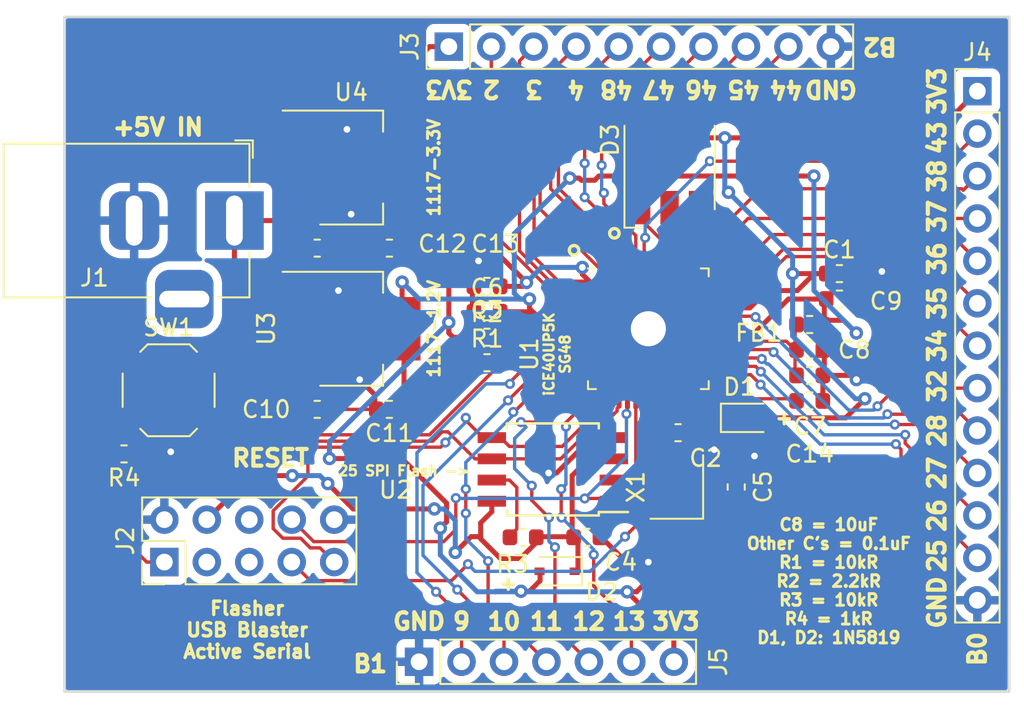
<source format=kicad_pcb>
(kicad_pcb (version 20221018) (generator pcbnew)
  (layers (0 "F.Cu" signal) (31 "B.Cu" signal) (34 "B.Paste" user) (35 "F.Paste" user) (36 "B.SilkS" user "B.Silkscreen") (37 "F.SilkS" user "F.Silkscreen") (38 "B.Mask" user) (39 "F.Mask" user) (44 "Edge.Cuts" user))
  (net 0 "")
  (net 1 "+3V3")
  (net 2 "/CDONE")
  (net 3 "/CRESET")
  (net 4 "Net-(R3-Pad2)")
  (net 5 "+5V")
  (net 6 "GND")
  (net 7 "+1V2")
  (net 8 "/ICE_SS")
  (net 9 "/ICE_SI")
  (net 10 "/ICE_SO")
  (net 11 "/ICE_SCK")
  (net 12 "+3.3VP")
  (net 13 "Net-(U1-Pad6)")
  (net 14 "Net-(U1-Pad18)")
  (net 15 "Net-(U1-Pad19)")
  (net 16 "/CLK_50M")
  (net 17 "Net-(U1-Pad21)")
  (net 18 "Net-(U1-Pad23)")
  (net 19 "Net-(C7-Pad2)")
  (net 20 "Net-(D3-Pad3)")
  (net 21 "Net-(D3-Pad2)")
  (net 22 "Net-(D3-Pad1)")
  (net 23 "Net-(J2-Pad3)")
  (net 24 "Net-(J2-Pad5)")
  (net 25 "Net-(J2-Pad6)")
  (net 26 "/2")
  (net 27 "/3")
  (net 28 "/4")
  (net 29 "/44")
  (net 30 "/45")
  (net 31 "/46")
  (net 32 "/47")
  (net 33 "/48")
  (net 34 "/25")
  (net 35 "/26")
  (net 36 "/27")
  (net 37 "/28")
  (net 38 "/32")
  (net 39 "/34")
  (net 40 "/35")
  (net 41 "/36")
  (net 42 "/37")
  (net 43 "/38")
  (net 44 "/43")
  (net 45 "Net-(U1-Pad42)")
  (net 46 "Net-(U1-Pad31)")
  (net 47 "/9")
  (net 48 "/10")
  (net 49 "/11")
  (net 50 "/12")
  (net 51 "/13")
  (net 52 "Net-(R4-Pad2)")
  (net 53 "Net-(C14-Pad1)")
  (footprint "Resistor_SMD:R_0603_1608Metric" (layer "F.Cu") (at 124.587 71.161656 180)
    (fp_text reference "R3")
    (fp_text value "10kR")
  )
  (footprint "Resistor_SMD:R_0603_1608Metric" (layer "F.Cu") (at 100.711 66.167 180)
    (fp_text reference "R4")
    (fp_text value "1kR")
  )
  (footprint "Resistor_SMD:R_0603_1608Metric" (layer "F.Cu") (at 122.428 60.706)
    (fp_text reference "R1")
    (fp_text value "10kR")
  )
  (footprint "Resistor_SMD:R_0603_1608Metric" (layer "F.Cu") (at 122.428 59.182)
    (fp_text reference "R2")
    (fp_text value "2.2kR")
  )
  (footprint "Inductor_SMD:L_0603_1608Metric" (layer "F.Cu") (at 141.732 58.42 180)
    (fp_text reference "FB1")
    (fp_text value "Ferrite_Bead")
  )
  (footprint "Diode_SMD:D_SOD-323" (layer "F.Cu") (at 126.619 73.193656 180)
    (fp_text reference "D2")
    (fp_text value "1N5819")
  )
  (footprint "Capacitor_SMD:C_0603_1608Metric" (layer "F.Cu") (at 133.858 64.897 180)
    (fp_text reference "C2")
    (fp_text value "0.1uF")
  )
  (footprint "Capacitor_SMD:C_0603_1608Metric" (layer "F.Cu") (at 122.428 56.134 180)
    (fp_text reference "C3")
    (fp_text value "0.1uF")
  )
  (footprint "Capacitor_SMD:C_0603_1608Metric" (layer "F.Cu") (at 128.397 71.161656)
    (fp_text reference "C4")
    (fp_text value "0.1uF")
  )
  (footprint "Capacitor_SMD:C_0603_1608Metric" (layer "F.Cu") (at 137.3378 68.1482 90)
    (fp_text reference "C5")
    (fp_text value "0.1uF")
  )
  (footprint "Capacitor_SMD:C_0603_1608Metric" (layer "F.Cu") (at 122.428 57.658)
    (fp_text reference "C6")
    (fp_text value "0.1uF")
  )
  (footprint "Capacitor_SMD:C_0603_1608Metric" (layer "F.Cu") (at 141.732 61.468 180)
    (fp_text reference "C7")
    (fp_text value "0.1uF")
  )
  (footprint "Capacitor_SMD:C_0603_1608Metric" (layer "F.Cu") (at 141.732 59.944 180)
    (fp_text reference "C8")
    (fp_text value "10uF")
  )
  (footprint "Capacitor_SMD:C_0603_1608Metric" (layer "F.Cu") (at 143.51 56.896 180)
    (fp_text reference "C9")
    (fp_text value "0.1uF")
  )
  (footprint "Capacitor_SMD:C_0603_1608Metric" (layer "F.Cu") (at 112.268 63.5)
    (fp_text reference "C10")
    (fp_text value "0.1uF")
  )
  (footprint "Capacitor_SMD:C_0603_1608Metric" (layer "F.Cu") (at 143.51 55.372)
    (fp_text reference "C1")
    (fp_text value "0.1uF")
  )
  (footprint "Capacitor_SMD:C_0603_1608Metric" (layer "F.Cu") (at 116.586 63.5 180)
    (fp_text reference "C11")
    (fp_text value "0.1uF")
  )
  (footprint "Capacitor_SMD:C_0603_1608Metric" (layer "F.Cu") (at 116.586 53.848 180)
    (fp_text reference "C13")
    (fp_text value "0.1uF")
  )
  (footprint "Oscillator:Oscillator_SMD_Abracon_ASE-4Pin_3.2x2.5mm" (layer "F.Cu") (at 133.7818 68.1482 90)
    (fp_text reference "X1")
    (fp_text value "50MHz")
  )
  (footprint "Capacitor_SMD:C_0603_1608Metric" (layer "F.Cu") (at 112.268 53.848)
    (fp_text reference "C12")
    (fp_text value "0.1uF")
  )
  (footprint "Button_Switch_SMD:SW_SPST_TL3342" (layer "F.Cu") (at 103.378 62.357)
    (fp_text reference "SW1")
    (fp_text value "Button")
  )
  (footprint "Capacitor_SMD:C_0603_1608Metric" (layer "F.Cu") (at 141.732 62.992)
    (fp_text reference "C14")
    (fp_text value "0.1uF")
  )
  (footprint "Diode_SMD:D_SOD-323" (layer "F.Cu") (at 137.922 64.008)
    (fp_text reference "D1")
    (fp_text value "1N5819")
  )
  (footprint "Package_TO_SOT_SMD:SOT-223-3_TabPin2" (layer "F.Cu") (at 114.3 58.674)
    (fp_text reference "U3")
    (fp_text value "LD1117S12TR_SOT223")
  )
  (footprint "Package_TO_SOT_SMD:SOT-223-3_TabPin2" (layer "F.Cu") (at 114.3 49.022)
    (fp_text reference "U4")
    (fp_text value "LD1117S33TR_SOT223")
  )
  (footprint "Package_SO:SOIJ-8_5.3x5.3mm_P1.27mm" (layer "F.Cu") (at 126.365 67.097656 180)
    (fp_text reference "U2")
    (fp_text value "W25Q80")
  )
  (footprint "Package_DFN_QFN:QFN-48-1EP_7x7mm_P0.5mm_EP5.6x5.6mm" (layer "F.Cu") (at 132.08 58.674)
    (fp_text reference "U1")
    (fp_text value "ICE40UP5K-SG48ITR")
  )
  (footprint "LED_SMD:LED_RGB_5050-6" (layer "F.Cu") (at 133.35 49.022 90)
    (fp_text reference "D3")
    (fp_text value "LED_RGB")
  )
  (footprint "Connector_BarrelJack:BarrelJack_Horizontal" (layer "F.Cu") (at 107.315 52.197)
    (fp_text reference "J1")
    (fp_text value "5V 3.5mm/1.35mm")
  )
  (footprint "Connector_PinHeader_2.54mm:PinHeader_2x05_P2.54mm_Vertical" (layer "F.Cu") (at 103.124 72.644 90)
    (fp_text reference "J2")
    (fp_text value "Flasher")
  )
  (footprint "Connector_PinHeader_2.54mm:PinHeader_1x10_P2.54mm_Vertical" (layer "F.Cu") (at 120.142 41.783 90)
    (fp_text reference "J3")
    (fp_text value "Bank 2")
  )
  (footprint "Connector_PinHeader_2.54mm:PinHeader_1x13_P2.54mm_Vertical" (layer "F.Cu") (at 151.765 44.45)
    (fp_text reference "J4")
    (fp_text value "Bank 0")
  )
  (footprint "Connector_PinHeader_2.54mm:PinHeader_1x07_P2.54mm_Vertical" (layer "F.Cu") (at 118.364 78.613 90)
    (fp_text reference "J5")
    (fp_text value "Bank 1")
  )
  (gr_circle (center 127.635 53.975) (end 127.889 54.102) (stroke (width 0.2)) (fill none) (layer "F.SilkS"))
  (gr_circle (center 130.048 52.959) (end 130.302 53.086) (stroke (width 0.2)) (fill none) (layer "F.SilkS"))
  (gr_line (start 97.155 40.005) (end 153.67 40.005) (stroke (width 0.15)) (layer "Edge.Cuts"))
  (gr_line (start 153.67 80.391) (end 97.155 80.391) (stroke (width 0.15)) (layer "Edge.Cuts"))
  (gr_line (start 97.155 80.391) (end 97.155 40.005) (stroke (width 0.15)) (layer "Edge.Cuts"))
  (gr_line (start 153.67 40.005) (end 153.67 80.391) (stroke (width 0.15)) (layer "Edge.Cuts"))
  (gr_text "+" (at 123.698 73.914) (layer "F.SilkS") (effects (font (size 0.8 0.8) (thickness 0.2))))
  (gr_text "+" (at 140.208 64.008) (layer "F.SilkS") (effects (font (size 0.8 0.8) (thickness 0.2))))
  (gr_text "46" (at 135.255 44.323 180) (layer "F.SilkS") (effects (font (size 1 1) (thickness 0.25))))
  (gr_text "25" (at 149.352 72.263 90) (layer "F.SilkS") (effects (font (size 1 1) (thickness 0.25))))
  (gr_text "32" (at 149.352 62.103 90) (layer "F.SilkS") (effects (font (size 1 1) (thickness 0.25))))
  (gr_text "B2" (at 145.923 41.783 180) (layer "F.SilkS") (effects (font (size 1 1) (thickness 0.25))))
  (gr_text "4" (at 127.762 44.323 180) (layer "F.SilkS") (effects (font (size 1 1) (thickness 0.25))))
  (gr_text "+5V IN" (at 102.743 46.609) (layer "F.SilkS") (effects (font (size 1 1) (thickness 0.25))))
  (gr_text "GND" (at 118.364 76.2) (layer "F.SilkS") (effects (font (size 1 1) (thickness 0.25))))
  (gr_text "3V3" (at 133.731 76.2) (layer "F.SilkS") (effects (font (size 1 1) (thickness 0.25))))
  (gr_text "36" (at 149.352 54.483 90) (layer "F.SilkS") (effects (font (size 1 1) (thickness 0.25))))
  (gr_text "3V3" (at 149.352 44.45 90) (layer "F.SilkS") (effects (font (size 1 1) (thickness 0.25))))
  (gr_text "48" (at 130.175 44.323 180) (layer "F.SilkS") (effects (font (size 1 1) (thickness 0.25))))
  (gr_text "2" (at 122.682 44.323 180) (layer "F.SilkS") (effects (font (size 1 1) (thickness 0.25))))
  (gr_text "1117-1.2V" (at 119.253 58.674 90) (layer "F.SilkS") (effects (font (size 0.7 0.7) (thickness 0.175))))
  (gr_text "45" (at 137.795 44.323 180) (layer "F.SilkS") (effects (font (size 1 1) (thickness 0.25))))
  (gr_text "GND" (at 143.002 44.323 180) (layer "F.SilkS") (effects (font (size 1 1) (thickness 0.25))))
  (gr_text "26" (at 149.352 69.85 90) (layer "F.SilkS") (effects (font (size 1 1) (thickness 0.25))))
  (gr_text "37" (at 149.352 51.943 90) (layer "F.SilkS") (effects (font (size 1 1) (thickness 0.25))))
  (gr_text "GND" (at 149.352 75.057 90) (layer "F.SilkS") (effects (font (size 1 1) (thickness 0.25))))
  (gr_text "28" (at 149.352 64.77 90) (layer "F.SilkS") (effects (font (size 1 1) (thickness 0.25))))
  (gr_text "B1" (at 115.443 78.74) (layer "F.SilkS") (effects (font (size 1 1) (thickness 0.25))))
  (gr_text "1117-3.3V" (at 119.253 49.022 90) (layer "F.SilkS") (effects (font (size 0.7 0.7) (thickness 0.175))))
  (gr_text "44" (at 140.335 44.323 180) (layer "F.SilkS") (effects (font (size 1 1) (thickness 0.25))))
  (gr_text "11" (at 125.984 76.2) (layer "F.SilkS") (effects (font (size 1 1) (thickness 0.25))))
  (gr_text "13" (at 130.937 76.2) (layer "F.SilkS") (effects (font (size 1 1) (thickness 0.25))))
  (gr_text "B0" (at 151.765 77.851 90) (layer "F.SilkS") (effects (font (size 1 1) (thickness 0.25))))
  (gr_text "10" (at 123.444 76.2) (layer "F.SilkS") (effects (font (size 1 1) (thickness 0.25))))
  (gr_text "34" (at 149.352 59.69 90) (layer "F.SilkS") (effects (font (size 1 1) (thickness 0.25))))
  (gr_text "47" (at 132.715 44.323 180) (layer "F.SilkS") (effects (font (size 1 1) (thickness 0.25))))
  (gr_text "3V3" (at 120.142 44.323 180) (layer "F.SilkS") (effects (font (size 1 1) (thickness 0.25))))
  (gr_text "RESET" (at 109.474 66.421) (layer "F.SilkS") (effects (font (size 1 1) (thickness 0.25))))
  (gr_text "3" (at 125.222 44.323 180) (layer "F.SilkS") (effects (font (size 1 1) (thickness 0.25))))
  (gr_text "38" (at 149.352 49.53 90) (layer "F.SilkS") (effects (font (size 1 1) (thickness 0.25))))
  (gr_text "9" (at 120.904 76.2) (layer "F.SilkS") (effects (font (size 1 1) (thickness 0.25))))
  (gr_text "35" (at 149.352 57.15 90) (layer "F.SilkS") (effects (font (size 1 1) (thickness 0.25))))
  (gr_text "27" (at 149.352 67.31 90) (layer "F.SilkS") (effects (font (size 1 1) (thickness 0.25))))
  (gr_text "43" (at 149.352 47.244 90) (layer "F.SilkS") (effects (font (size 1 1) (thickness 0.25))))
  (gr_text "iCE40UP5K\nSG48" (at 126.619 60.198 90) (layer "F.SilkS") (effects (font (size 0.6 0.6))))
  (gr_text "25 SPI Flash ->" (at 117.475 67.183) (layer "F.SilkS") (effects (font (size 0.6 0.6))))
  (gr_text "12" (at 128.524 76.2) (layer "F.SilkS") (effects (font (size 1 1) (thickness 0.25))))
  (gr_text "C8 = 10uF\nOther C's = 0.1uF\nR1 = 10kR\nR2 = 2.2kR\nR3 = 10kR\nR4 = 1kR\nD1, D2: 1N5819" (at 142.875 73.787) (layer "F.SilkS") (effects (font (size 0.7 0.7) (thickness 0.175))))
  (gr_text "Flasher\nUSB Blaster\nActive Serial" (at 108.077 76.708) (layer "F.SilkS") (effects (font (size 0.8 0.8) (thickness 0.2))))
  (segment (start 118.75 49.022) (end 120.142 50.414) (width 0.3) (layer "F.Cu") (net 1))
  (segment (start 135.672 47.244) (end 135.05 46.622) (width 0.3) (layer "F.Cu") (net 1))
  (segment (start 117.461 49.033) (end 117.45 49.022) (width 0.3) (layer "F.Cu") (net 1))
  (segment (start 133.8068 70.7982) (end 133.8068 71.990885) (width 0.3) (layer "F.Cu") (net 1))
  (segment (start 136.652 47.244) (end 148.971 47.244) (width 0.3) (layer "F.Cu") (net 1))
  (segment (start 125.603 73.759656) (end 124.972656 74.39) (width 0.3) (layer "F.Cu") (net 1))
  (segment (start 121.666 53.594) (end 122.481188 53.594) (width 0.3) (layer "F.Cu") (net 1))
  (segment (start 148.971 47.244) (end 151.765 44.45) (width 0.3) (layer "F.Cu") (net 1))
  (segment (start 133.8068 71.990885) (end 131.375685 74.422) (width 0.3) (layer "F.Cu") (net 1))
  (segment (start 120.396 59.182) (end 120.142 58.928) (width 0.3) (layer "F.Cu") (net 1))
  (segment (start 133.35 46.622) (end 135.05 46.622) (width 0.3) (layer "F.Cu") (net 1))
  (segment (start 124.972656 74.39) (end 124.46 74.39) (width 0.3) (layer "F.Cu") (net 1))
  (segment (start 119.634 70.612) (end 120.007022 70.238978) (width 0.3) (layer "F.Cu") (net 1))
  (segment (start 128.132917 55.001083) (end 128.132917 55.414417) (width 0.3) (layer "F.Cu") (net 1))
  (segment (start 134.8818 69.5232) (end 136.8378 69.5232) (width 0.3) (layer "F.Cu") (net 1))
  (segment (start 143.890998 64.008) (end 144.633999 63.264999) (width 0.3) (layer "F.Cu") (net 1))
  (segment (start 118.992 41.783) (end 120.142 41.783) (width 0.3) (layer "F.Cu") (net 1))
  (segment (start 120.007022 70.238978) (end 120.007022 69.112113) (width 0.3) (layer "F.Cu") (net 1))
  (segment (start 133.83 64.0815) (end 134.5565 64.808) (width 0.3) (layer "F.Cu") (net 1))
  (segment (start 122.481188 53.594) (end 124.388613 55.501425) (width 0.3) (layer "F.Cu") (net 1))
  (segment (start 142.01 55.372) (end 142.635 55.372) (width 0.3) (layer "F.Cu") (net 1))
  (segment (start 113.56839 66.445021) (end 113.002705 66.445021) (width 0.3) (layer "F.Cu") (net 1))
  (segment (start 120.142 58.928) (end 120.142 58.293) (width 0.3) (layer "F.Cu") (net 1))
  (segment (start 128.5985 55.88) (end 127.508 55.88) (width 0.3) (layer "F.Cu") (net 1))
  (segment (start 124.556036 56.134) (end 124.788612 55.901424) (width 0.3) (layer "F.Cu") (net 1))
  (segment (start 137.9128 69.0232) (end 139.172 67.764) (width 0.3) (layer "F.Cu") (net 1))
  (segment (start 132.6818 69.6732) (end 133.8068 70.7982) (width 0.3) (layer "F.Cu") (net 1))
  (segment (start 142.635 55.372) (end 140.710905 55.372) (width 0.3) (layer "F.Cu") (net 1))
  (segment (start 133.604 77.216) (end 133.604 78.613) (width 0.3) (layer "F.Cu") (net 1))
  (segment (start 117.45 49.022) (end 117.45 43.325) (width 0.3) (layer "F.Cu") (net 1))
  (segment (start 139.172 64.008) (end 143.890998 64.008) (width 0.3) (layer "F.Cu") (net 1))
  (segment (start 125.603 73.227656) (end 125.603 73.759656) (width 0.3) (layer "F.Cu") (net 1))
  (segment (start 120.142 58.928) (end 120.142 55.626) (width 0.3) (layer "F.Cu") (net 1))
  (segment (start 125.569 73.193656) (end 125.603 73.227656) (width 0.3) (layer "F.Cu") (net 1))
  (segment (start 120.142 55.118) (end 121.666 53.594) (width 0.3) (layer "F.Cu") (net 1))
  (segment (start 128.6425 55.924) (end 128.5985 55.88) (width 0.3) (layer "F.Cu") (net 1))
  (segment (start 136.652 47.244) (end 135.672 47.244) (width 0.3) (layer "F.Cu") (net 1))
  (segment (start 131.65 46.622) (end 133.35 46.622) (width 0.3) (layer "F.Cu") (net 1))
  (segment (start 134.5565 64.808) (end 139.172 64.808) (width 0.3) (layer "F.Cu") (net 1))
  (segment (start 133.83 62.1115) (end 133.83 64.0815) (width 0.3) (layer "F.Cu") (net 1))
  (segment (start 137.3378 69.0232) (end 137.9128 69.0232) (width 0.3) (layer "F.Cu") (net 1))
  (segment (start 139.172 67.764) (end 139.172 64.808) (width 0.3) (layer "F.Cu") (net 1))
  (segment (start 117.45 43.325) (end 118.992 41.783) (width 0.3) (layer "F.Cu") (net 1))
  (segment (start 121.553 59.182) (end 121.553 60.706) (width 0.3) (layer "F.Cu") (net 1))
  (segment (start 144.633999 63.264999) (end 145.033998 62.865) (width 0.3) (layer "F.Cu") (net 1))
  (segment (start 120.007022 69.112113) (end 117.33993 66.445021) (width 0.3) (layer "F.Cu") (net 1))
  (segment (start 117.33993 66.445021) (end 113.56839 66.445021) (width 0.3) (layer "F.Cu") (net 1))
  (segment (start 123.2155 56.134) (end 124.556036 56.134) (width 0.3) (layer "F.Cu") (net 1))
  (segment (start 140.994 56.388) (end 142.01 55.372) (width 0.3) (layer "F.Cu") (net 1))
  (segment (start 117.45 49.022) (end 118.75 49.022) (width 0.3) (layer "F.Cu") (net 1))
  (segment (start 111.15 49.022) (end 117.45 49.022) (width 0.3) (layer "F.Cu") (net 1))
  (segment (start 138.156 57.424) (end 139.192 56.388) (width 0.3) (layer "F.Cu") (net 1))
  (segment (start 135.5175 57.424) (end 138.156 57.424) (width 0.3) (layer "F.Cu") (net 1))
  (segment (start 136.8378 69.5232) (end 137.3378 69.0232) (width 0.3) (layer "F.Cu") (net 1))
  (segment (start 120.142 55.626) (end 120.142 55.118) (width 0.3) (layer "F.Cu") (net 1))
  (segment (start 132.6818 69.5232) (end 134.8818 69.5232) (width 0.3) (layer "F.Cu") (net 1))
  (segment (start 139.192 56.388) (end 140.994 56.388) (width 0.3) (layer "F.Cu") (net 1))
  (segment (start 130.81 74.422) (end 133.604 77.216) (width 0.3) (layer "F.Cu") (net 1))
  (segment (start 140.710905 55.372) (end 140.710901 55.371996) (width 0.3) (layer "F.Cu") (net 1))
  (segment (start 128.132917 55.414417) (end 128.6425 55.924) (width 0.3) (layer "F.Cu") (net 1))
  (segment (start 124.388613 55.501425) (end 124.788612 55.901424) (width 0.3) (layer "F.Cu") (net 1))
  (segment (start 132.6818 69.5232) (end 132.6818 69.6732) (width 0.3) (layer "F.Cu") (net 1))
  (segment (start 131.375685 74.422) (end 130.81 74.422) (width 0.3) (layer "F.Cu") (net 1))
  (segment (start 120.142 50.414) (end 120.142 55.626) (width 0.3) (layer "F.Cu") (net 1))
  (segment (start 117.461 53.848) (end 117.461 49.033) (width 0.3) (layer "F.Cu") (net 1))
  (segment (start 139.172 64.808) (end 139.172 64.008) (width 0.3) (layer "F.Cu") (net 1))
  (segment (start 121.553 59.182) (end 120.396 59.182) (width 0.3) (layer "F.Cu") (net 1))
  (via (at 136.652 47.244) (size 0.8) (drill 0.4) (layers "F.Cu" "B.Cu") (net 1))
  (via (at 124.788612 55.901424) (size 0.8) (drill 0.4) (layers "F.Cu" "B.Cu") (net 1))
  (via (at 113.002705 66.445021) (size 0.8) (drill 0.4) (layers "F.Cu" "B.Cu") (net 1))
  (via (at 124.46 74.39) (size 0.8) (drill 0.4) (layers "F.Cu" "B.Cu") (net 1))
  (via (at 128.132917 55.001083) (size 0.8) (drill 0.4) (layers "F.Cu" "B.Cu") (net 1))
  (via (at 120.142 58.293) (size 0.8) (drill 0.4) (layers "F.Cu" "B.Cu") (net 1))
  (via (at 130.81 74.422) (size 0.8) (drill 0.4) (layers "F.Cu" "B.Cu") (net 1))
  (via (at 119.634 70.612) (size 0.8) (drill 0.4) (layers "F.Cu" "B.Cu") (net 1))
  (via (at 145.033998 62.865) (size 0.8) (drill 0.4) (layers "F.Cu" "B.Cu") (net 1))
  (via (at 140.710901 55.371996) (size 0.8) (drill 0.4) (layers "F.Cu" "B.Cu") (net 1))
  (via (at 136.87416 50.505158) (size 0.8) (drill 0.4) (layers "F.Cu" "B.Cu") (net 1))
  (segment (start 119.634 71.177685) (end 119.634 70.612) (width 0.3) (layer "B.Cu") (net 1))
  (segment (start 136.652 47.244) (end 136.652 50.282998) (width 0.3) (layer "B.Cu") (net 1))
  (segment (start 128.132917 55.001083) (end 125.688953 55.001083) (width 0.3) (layer "B.Cu") (net 1))
  (segment (start 113.002705 65.432295) (end 113.002705 65.879336) (width 0.3) (layer "B.Cu") (net 1))
  (segment (start 144.468313 62.865) (end 145.033998 62.865) (width 0.3) (layer "B.Cu") (net 1))
  (segment (start 125.188611 55.501425) (end 124.788612 55.901424) (width 0.3) (layer "B.Cu") (net 1))
  (segment (start 122.926344 74.422) (end 122.958344 74.39) (width 0.3) (layer "B.Cu") (net 1))
  (segment (start 121.836402 74.422) (end 119.634 72.219598) (width 0.3) (layer "B.Cu") (net 1))
  (segment (start 140.710901 59.107588) (end 144.468313 62.865) (width 0.3) (layer "B.Cu") (net 1))
  (segment (start 140.710901 55.371996) (end 140.710901 59.107588) (width 0.3) (layer "B.Cu") (net 1))
  (segment (start 140.710901 55.371996) (end 140.710901 54.341899) (width 0.3) (layer "B.Cu") (net 1))
  (segment (start 120.142 58.293) (end 113.002705 65.432295) (width 0.3) (layer "B.Cu") (net 1))
  (segment (start 122.958344 74.39) (end 123.894315 74.39) (width 0.3) (layer "B.Cu") (net 1))
  (segment (start 123.894315 74.39) (end 124.46 74.39) (width 0.3) (layer "B.Cu") (net 1))
  (segment (start 122.926344 74.422) (end 121.836402 74.422) (width 0.3) (layer "B.Cu") (net 1))
  (segment (start 136.652 50.282998) (end 136.87416 50.505158) (width 0.3) (layer "B.Cu") (net 1))
  (segment (start 125.688953 55.001083) (end 125.188611 55.501425) (width 0.3) (layer "B.Cu") (net 1))
  (segment (start 119.634 72.219598) (end 119.634 71.177685) (width 0.3) (layer "B.Cu") (net 1))
  (segment (start 130.244315 74.422) (end 130.81 74.422) (width 0.3) (layer "B.Cu") (net 1))
  (segment (start 140.710901 54.341899) (end 136.87416 50.505158) (width 0.3) (layer "B.Cu") (net 1))
  (segment (start 122.926344 74.422) (end 130.244315 74.422) (width 0.3) (layer "B.Cu") (net 1))
  (segment (start 113.002705 65.879336) (end 113.002705 66.445021) (width 0.3) (layer "B.Cu") (net 1))
  (segment (start 128.6425 58.924) (end 127.254 58.924) (width 0.3) (layer "F.Cu") (net 2))
  (segment (start 123.561 58.924) (end 127.254 58.924) (width 0.2) (layer "F.Cu") (net 2))
  (segment (start 123.303 59.182) (end 123.561 58.924) (width 0.2) (layer "F.Cu") (net 2))
  (segment (start 127.254 59.424) (end 124.585 59.424) (width 0.2) (layer "F.Cu") (net 3))
  (segment (start 101.278 60.457) (end 100.228 60.457) (width 0.2) (layer "F.Cu") (net 3))
  (segment (start 107.701 60.457) (end 101.278 60.457) (width 0.2) (layer "F.Cu") (net 3))
  (segment (start 108.077 60.833) (end 107.701 60.457) (width 0.2) (layer "F.Cu") (net 3))
  (segment (start 128.6425 59.424) (end 127.254 59.424) (width 0.3) (layer "F.Cu") (net 3))
  (segment (start 118.985 65.024) (end 110.744 65.024) (width 0.2) (layer "F.Cu") (net 3))
  (segment (start 108.077 62.357) (end 108.077 60.833) (width 0.2) (layer "F.Cu") (net 3))
  (segment (start 124.585 59.424) (end 118.985 65.024) (width 0.2) (layer "F.Cu") (net 3))
  (segment (start 110.744 65.024) (end 108.077 62.357) (width 0.2) (layer "F.Cu") (net 3))
  (segment (start 124.211072 68.178728) (end 124.211072 70.662584) (width 0.2) (layer "F.Cu") (net 4))
  (segment (start 124.211072 70.662584) (end 123.712 71.161656) (width 0.2) (layer "F.Cu") (net 4))
  (segment (start 122.715 67.732656) (end 123.765 67.732656) (width 0.2) (layer "F.Cu") (net 4))
  (segment (start 123.765 67.732656) (end 124.211072 68.178728) (width 0.2) (layer "F.Cu") (net 4))
  (segment (start 107.315 52.197) (end 110.275 52.197) (width 0.3) (layer "F.Cu") (net 5))
  (segment (start 111.15 51.322) (end 111.15 52.372) (width 0.3) (layer "F.Cu") (net 5))
  (segment (start 111.15 60.974) (end 111.15 63.257) (width 0.3) (layer "F.Cu") (net 5))
  (segment (start 110.275 52.197) (end 111.15 51.322) (width 0.3) (layer "F.Cu") (net 5))
  (segment (start 107.315 57.389) (end 110.9 60.974) (width 0.3) (layer "F.Cu") (net 5))
  (segment (start 107.315 52.197) (end 107.315 57.389) (width 0.3) (layer "F.Cu") (net 5))
  (segment (start 111.15 51.322) (end 111.15 53.605) (width 0.3) (layer "F.Cu") (net 5))
  (segment (start 111.15 63.257) (end 111.393 63.5) (width 0.3) (layer "F.Cu") (net 5))
  (segment (start 110.9 60.974) (end 111.15 60.974) (width 0.3) (layer "F.Cu") (net 5))
  (segment (start 111.15 53.605) (end 111.393 53.848) (width 0.3) (layer "F.Cu") (net 5))
  (segment (start 121.553 56.134) (end 121.553 54.977) (width 0.3) (layer "F.Cu") (net 6))
  (segment (start 142.5195 62.865) (end 142.5195 61.468) (width 0.3) (layer "F.Cu") (net 6))
  (segment (start 121.553 56.134) (end 121.553 57.658) (width 0.3) (layer "F.Cu") (net 6))
  (segment (start 113.143 53.848) (end 113.143 52.973) (width 0.3) (layer "F.Cu") (net 6))
  (segment (start 137.3378 67.2732) (end 137.4508 67.2732) (width 0.3) (layer "F.Cu") (net 6))
  (segment (start 111.15 46.722) (end 114.032 46.722) (width 0.3) (layer "F.Cu") (net 6))
  (segment (start 137.3378 67.2732) (end 136.838728 66.774128) (width 0.3) (layer "F.Cu") (net 6))
  (segment (start 144.385 56.896) (end 144.385 55.372) (width 0.3) (layer "F.Cu") (net 6))
  (segment (start 136.679872 66.774128) (end 136.678944 66.7732) (width 0.3) (layer "F.Cu") (net 6))
  (segment (start 133.0705 64.897) (end 134.0865 65.913) (width 0.3) (layer "F.Cu") (net 6))
  (segment (start 115.711 63.5) (end 115.711 62.625) (width 0.3) (layer "F.Cu") (net 6))
  (segment (start 121.553 54.977) (end 121.92 54.61) (width 0.3) (layer "F.Cu") (net 6))
  (segment (start 135.451315 65.913) (end 136.017 65.913) (width 0.3) (layer "F.Cu") (net 6))
  (segment (start 130.754344 72.644) (end 131.514315 72.644) (width 0.3) (layer "F.Cu") (net 6))
  (segment (start 137.4508 67.2732) (end 138.43 66.294) (width 0.3) (layer "F.Cu") (net 6))
  (segment (start 144.272 61.468) (end 144.526 61.722) (width 0.3) (layer "F.Cu") (net 6))
  (segment (start 129.272 71.161656) (end 130.754344 72.644) (width 0.3) (layer "F.Cu") (net 6))
  (segment (start 134.0865 65.913) (end 135.451315 65.913) (width 0.3) (layer "F.Cu") (net 6))
  (segment (start 130.015 65.192656) (end 128.709468 65.192656) (width 0.3) (layer "F.Cu") (net 6))
  (segment (start 145.922998 55.372) (end 146.049998 55.245) (width 0.3) (layer "F.Cu") (net 6))
  (segment (start 136.838728 66.774128) (end 136.679872 66.774128) (width 0.3) (layer "F.Cu") (net 6))
  (segment (start 131.514315 72.644) (end 132.08 72.644) (width 0.3) (layer "F.Cu") (net 6))
  (segment (start 133.0705 64.897) (end 134.6068 66.4333) (width 0.3) (layer "F.Cu") (net 6))
  (segment (start 128.709468 65.192656) (end 126.592124 67.31) (width 0.3) (layer "F.Cu") (net 6))
  (segment (start 136.678944 66.7732) (end 134.8818 66.7732) (width 0.3) (layer "F.Cu") (net 6))
  (segment (start 144.385 55.372) (end 145.922998 55.372) (width 0.3) (layer "F.Cu") (net 6))
  (segment (start 115.711 62.625) (end 114.808 61.722) (width 0.3) (layer "F.Cu") (net 6))
  (segment (start 111.15 56.374) (end 113.524 56.374) (width 0.3) (layer "F.Cu") (net 6))
  (segment (start 134.6068 66.4333) (end 134.6068 67.0982) (width 0.3) (layer "F.Cu") (net 6))
  (segment (start 142.607 59.944) (end 142.607 61.468) (width 0.3) (layer "F.Cu") (net 6))
  (segment (start 113.524 56.374) (end 113.538 56.388) (width 0.3) (layer "F.Cu") (net 6))
  (segment (start 142.607 61.468) (end 144.272 61.468) (width 0.3) (layer "F.Cu") (net 6))
  (segment (start 113.143 53.848) (end 115.711 53.848) (width 0.2) (layer "F.Cu") (net 6))
  (segment (start 101.586 66.167) (end 103.378 66.167) (width 0.3) (layer "F.Cu") (net 6))
  (segment (start 103.378 66.167) (end 103.505 66.04) (width 0.3) (layer "F.Cu") (net 6))
  (segment (start 126.592124 67.31) (end 126.111 67.31) (width 0.3) (layer "F.Cu") (net 6))
  (segment (start 113.143 52.973) (end 114.3 51.816) (width 0.3) (layer "F.Cu") (net 6))
  (segment (start 113.143 63.5) (end 115.711 63.5) (width 0.2) (layer "F.Cu") (net 6))
  (segment (start 114.032 46.722) (end 114.046 46.736) (width 0.3) (layer "F.Cu") (net 6))
  (via (at 132.08 58.674) (size 4.2) (drill 2.1) (layers "F.Cu" "B.Cu") (net 6))
  (via (at 114.808 61.722) (size 0.8) (drill 0.4) (layers "F.Cu" "B.Cu") (net 6))
  (via (at 146.049998 55.245) (size 0.8) (drill 0.4) (layers "F.Cu" "B.Cu") (net 6))
  (via (at 113.538 56.388) (size 0.8) (drill 0.4) (layers "F.Cu" "B.Cu") (net 6))
  (via (at 126.111 67.31) (size 0.8) (drill 0.4) (layers "F.Cu" "B.Cu") (net 6))
  (via (at 144.526 61.722) (size 0.8) (drill 0.4) (layers "F.Cu" "B.Cu") (net 6))
  (via (at 103.505 66.04) (size 0.8) (drill 0.4) (layers "F.Cu" "B.Cu") (net 6))
  (via (at 114.046 46.736) (size 0.8) (drill 0.4) (layers "F.Cu" "B.Cu") (net 6))
  (via (at 138.43 66.294) (size 0.8) (drill 0.4) (layers "F.Cu" "B.Cu") (net 6))
  (via (at 121.92 54.61) (size 0.8) (drill 0.4) (layers "F.Cu" "B.Cu") (net 6))
  (via (at 132.08 72.644) (size 0.8) (drill 0.4) (layers "F.Cu" "B.Cu") (net 6))
  (via (at 114.3 51.816) (size 0.8) (drill 0.4) (layers "F.Cu" "B.Cu") (net 6))
  (via (at 136.017 65.913) (size 0.8) (drill 0.4) (layers "F.Cu" "B.Cu") (net 6))
  (segment (start 142.607 58.42) (end 142.607 56.924) (width 0.3) (layer "F.Cu") (net 7))
  (segment (start 144.526 58.928) (end 143.764 58.166) (width 0.3) (layer "F.Cu") (net 7))
  (segment (start 125.480337 57.974022) (end 127.065917 57.974022) (width 0.3) (layer "F.Cu") (net 7))
  (segment (start 135.5175 58.924) (end 138.434 58.924) (width 0.3) (layer "F.Cu") (net 7))
  (segment (start 142.01 56.896) (end 142.635 56.896) (width 0.3) (layer "F.Cu") (net 7))
  (segment (start 140.462 56.896) (end 142.01 56.896) (width 0.3) (layer "F.Cu") (net 7))
  (segment (start 138.434 58.924) (end 140.462 56.896) (width 0.3) (layer "F.Cu") (net 7))
  (segment (start 111.15 58.674) (end 117.45 58.674) (width 0.3) (layer "F.Cu") (net 7))
  (segment (start 128.873223 49.782176) (end 128.071861 49.782176) (width 0.3) (layer "F.Cu") (net 7))
  (segment (start 128.105 57.924) (end 128.6425 57.924) (width 0.3) (layer "F.Cu") (net 7))
  (segment (start 127.115939 57.924) (end 128.105 57.924) (width 0.3) (layer "F.Cu") (net 7))
  (segment (start 128.071861 49.782176) (end 127.946685 49.657) (width 0.3) (layer "F.Cu") (net 7))
  (segment (start 129.125399 49.53) (end 128.873223 49.782176) (width 0.3) (layer "F.Cu") (net 7))
  (segment (start 117.461 58.685) (end 117.45 58.674) (width 0.3) (layer "F.Cu") (net 7))
  (segment (start 143.764 58.166) (end 142.861 58.166) (width 0.3) (layer "F.Cu") (net 7))
  (segment (start 142.607 56.924) (end 142.635 56.896) (width 0.3) (layer "F.Cu") (net 7))
  (segment (start 142.861 58.166) (end 142.607 58.42) (width 0.3) (layer "F.Cu") (net 7))
  (segment (start 124.968 57.461685) (end 125.349 57.842685) (width 0.3) (layer "F.Cu") (net 7))
  (segment (start 125.349 57.842685) (end 125.480337 57.974022) (width 0.3) (layer "F.Cu") (net 7))
  (segment (start 127.946685 49.657) (end 127.381 49.657) (width 0.3) (layer "F.Cu") (net 7))
  (segment (start 117.348 58.572) (end 117.45 58.674) (width 0.3) (layer "F.Cu") (net 7))
  (segment (start 117.348 55.88) (end 117.348 58.572) (width 0.3) (layer "F.Cu") (net 7))
  (segment (start 127.065917 57.974022) (end 127.115939 57.924) (width 0.3) (layer "F.Cu") (net 7))
  (segment (start 123.2155 57.658) (end 125.164315 57.658) (width 0.3) (layer "F.Cu") (net 7))
  (segment (start 124.968 56.896) (end 124.968 57.461685) (width 0.3) (layer "F.Cu") (net 7))
  (segment (start 125.164315 57.658) (end 125.349 57.842685) (width 0.3) (layer "F.Cu") (net 7))
  (segment (start 117.461 63.5) (end 117.461 58.685) (width 0.3) (layer "F.Cu") (net 7))
  (segment (start 141.986 49.53) (end 129.125399 49.53) (width 0.3) (layer "F.Cu") (net 7))
  (via (at 144.526 58.928) (size 0.8) (drill 0.4) (layers "F.Cu" "B.Cu") (net 7))
  (via (at 124.968 56.896) (size 0.8) (drill 0.4) (layers "F.Cu" "B.Cu") (net 7))
  (via (at 141.986 49.53) (size 0.8) (drill 0.4) (layers "F.Cu" "B.Cu") (net 7))
  (via (at 117.348 55.88) (size 0.8) (drill 0.4) (layers "F.Cu" "B.Cu") (net 7))
  (via (at 127.381 49.657) (size 0.8) (drill 0.4) (layers "F.Cu" "B.Cu") (net 7))
  (segment (start 141.986 49.53) (end 141.986 56.388) (width 0.3) (layer "B.Cu") (net 7))
  (segment (start 117.747999 56.279999) (end 117.348 55.88) (width 0.3) (layer "B.Cu") (net 7))
  (segment (start 141.986 56.388) (end 144.526 58.928) (width 0.3) (layer "B.Cu") (net 7))
  (segment (start 124.05861 52.97939) (end 126.981001 50.056999) (width 0.3) (layer "B.Cu") (net 7))
  (segment (start 124.402315 56.896) (end 124.05861 56.552295) (width 0.3) (layer "B.Cu") (net 7))
  (segment (start 124.05861 56.552295) (end 124.05861 52.97939) (width 0.3) (layer "B.Cu") (net 7))
  (segment (start 124.968 56.896) (end 124.402315 56.896) (width 0.3) (layer "B.Cu") (net 7))
  (segment (start 124.968 56.896) (end 118.364 56.896) (width 0.3) (layer "B.Cu") (net 7))
  (segment (start 126.981001 50.056999) (end 127.381 49.657) (width 0.3) (layer "B.Cu") (net 7))
  (segment (start 118.364 56.896) (end 117.747999 56.279999) (width 0.3) (layer "B.Cu") (net 7))
  (segment (start 130.83 63.373) (end 130.83 63.714445) (width 0.2) (layer "F.Cu") (net 8))
  (segment (start 130.83 62.1115) (end 130.83 63.373) (width 0.3) (layer "F.Cu") (net 8))
  (segment (start 130.83 63.714445) (end 130.76999 63.774455) (width 0.2) (layer "F.Cu") (net 8))
  (segment (start 120.561603 69.237456) (end 120.561603 68.813192) (width 0.2) (layer "F.Cu") (net 8))
  (segment (start 119.833401 71.419001) (end 120.561603 70.690799) (width 0.2) (layer "F.Cu") (net 8))
  (segment (start 128.27 68.834) (end 129.846344 68.834) (width 0.2) (layer "F.Cu") (net 8))
  (segment (start 129.846344 68.834) (end 130.015 69.002656) (width 0.2) (layer "F.Cu") (net 8))
  (segment (start 120.561603 70.690799) (end 120.561603 69.237456) (width 0.2) (layer "F.Cu") (net 8))
  (segment (start 112.059001 71.419001) (end 119.833401 71.419001) (width 0.2) (layer "F.Cu") (net 8))
  (segment (start 110.744 70.104) (end 112.059001 71.419001) (width 0.2) (layer "F.Cu") (net 8))
  (via (at 128.27 68.834) (size 0.6) (drill 0.3) (layers "F.Cu" "B.Cu") (net 8))
  (via (at 130.76999 63.774455) (size 0.6) (drill 0.3) (layers "F.Cu" "B.Cu") (net 8))
  (via (at 120.561603 68.813192) (size 0.6) (drill 0.3) (layers "F.Cu" "B.Cu") (net 8))
  (segment (start 130.76999 66.33401) (end 130.76999 64.198719) (width 0.2) (layer "B.Cu") (net 8))
  (segment (start 128.27 68.834) (end 120.582411 68.834) (width 0.2) (layer "B.Cu") (net 8))
  (segment (start 130.76999 64.198719) (end 130.76999 63.774455) (width 0.2) (layer "B.Cu") (net 8))
  (segment (start 128.27 68.834) (end 130.76999 66.33401) (width 0.2) (layer "B.Cu") (net 8))
  (segment (start 120.582411 68.834) (end 120.561603 68.813192) (width 0.2) (layer "B.Cu") (net 8))
  (segment (start 130.54 67.732656) (end 131.318 68.510656) (width 0.2) (layer "F.Cu") (net 9))
  (segment (start 130.015 67.732656) (end 130.54 67.732656) (width 0.2) (layer "F.Cu") (net 9))
  (segment (start 131.318 68.510656) (end 131.318 70.485) (width 0.2) (layer "F.Cu") (net 9))
  (segment (start 120.301999 73.754001) (end 120.985001 73.070999) (width 0.2) (layer "F.Cu") (net 9))
  (segment (start 120.985001 73.070999) (end 121.285 72.771) (width 0.2) (layer "F.Cu") (net 9))
  (segment (start 110.744 72.644) (end 111.854001 73.754001) (width 0.2) (layer "F.Cu") (net 9))
  (segment (start 131.318 70.485) (end 130.982999 70.820001) (width 0.2) (layer "F.Cu") (net 9))
  (segment (start 130.54 67.732656) (end 131.149344 67.732656) (width 0.2) (layer "F.Cu") (net 9))
  (segment (start 131.33 67.552) (end 131.33 63.373) (width 0.2) (layer "F.Cu") (net 9))
  (segment (start 131.149344 67.732656) (end 131.33 67.552) (width 0.2) (layer "F.Cu") (net 9))
  (segment (start 131.33 62.1115) (end 131.33 63.373) (width 0.3) (layer "F.Cu") (net 9))
  (segment (start 111.854001 73.754001) (end 120.301999 73.754001) (width 0.2) (layer "F.Cu") (net 9))
  (segment (start 130.982999 70.820001) (end 130.683 71.12) (width 0.2) (layer "F.Cu") (net 9))
  (via (at 121.285 72.771) (size 0.6) (drill 0.3) (layers "F.Cu" "B.Cu") (net 9))
  (via (at 130.683 71.12) (size 0.6) (drill 0.3) (layers "F.Cu" "B.Cu") (net 9))
  (segment (start 121.711999 73.197999) (end 121.584999 73.070999) (width 0.2) (layer "B.Cu") (net 9))
  (segment (start 121.584999 73.070999) (end 121.285 72.771) (width 0.2) (layer "B.Cu") (net 9))
  (segment (start 130.683 71.12) (end 128.605001 73.197999) (width 0.2) (layer "B.Cu") (net 9))
  (segment (start 128.605001 73.197999) (end 121.711999 73.197999) (width 0.2) (layer "B.Cu") (net 9))
  (segment (start 123.24 65.192656) (end 123.765 65.717656) (width 0.2) (layer "F.Cu") (net 10))
  (segment (start 122.19 65.192656) (end 121.158 64.160656) (width 0.2) (layer "F.Cu") (net 10))
  (segment (start 109.633999 70.636801) (end 109.633999 69.571199) (width 0.2) (layer "F.Cu") (net 10))
  (segment (start 129.41999 63.65601) (end 129.83 63.246) (width 0.2) (layer "F.Cu") (net 10))
  (segment (start 121.158 64.160656) (end 121.158 64.008) (width 0.2) (layer "F.Cu") (net 10))
  (segment (start 119.654997 65.765011) (end 119.936517 65.483491) (width 0.2) (layer "F.Cu") (net 10))
  (segment (start 111.710992 65.964116) (end 111.910097 65.765011) (width 0.2) (layer "F.Cu") (net 10))
  (segment (start 122.715 65.192656) (end 123.24 65.192656) (width 0.2) (layer "F.Cu") (net 10))
  (segment (start 110.211199 71.214001) (end 109.633999 70.636801) (width 0.2) (layer "F.Cu") (net 10))
  (segment (start 112.434001 71.794001) (end 111.856801 71.794001) (width 0.2) (layer "F.Cu") (net 10))
  (segment (start 123.765 65.717656) (end 126.927522 65.717656) (width 0.2) (layer "F.Cu") (net 10))
  (segment (start 113.284 72.644) (end 112.434001 71.794001) (width 0.2) (layer "F.Cu") (net 10))
  (segment (start 111.276801 71.214001) (end 110.211199 71.214001) (width 0.2) (layer "F.Cu") (net 10))
  (segment (start 126.927522 65.717656) (end 128.989168 63.65601) (width 0.2) (layer "F.Cu") (net 10))
  (segment (start 122.715 65.192656) (end 122.19 65.192656) (width 0.2) (layer "F.Cu") (net 10))
  (segment (start 128.989168 63.65601) (end 129.41999 63.65601) (width 0.2) (layer "F.Cu") (net 10))
  (segment (start 129.83 62.1115) (end 129.83 63.246) (width 0.3) (layer "F.Cu") (net 10))
  (segment (start 109.633999 69.571199) (end 111.710992 67.494206) (width 0.2) (layer "F.Cu") (net 10))
  (segment (start 111.910097 65.765011) (end 119.654997 65.765011) (width 0.2) (layer "F.Cu") (net 10))
  (segment (start 111.710992 67.494206) (end 111.710992 65.964116) (width 0.2) (layer "F.Cu") (net 10))
  (segment (start 111.856801 71.794001) (end 111.276801 71.214001) (width 0.2) (layer "F.Cu") (net 10))
  (via (at 119.936517 65.483491) (size 0.6) (drill 0.3) (layers "F.Cu" "B.Cu") (net 10))
  (via (at 121.158 64.008) (size 0.6) (drill 0.3) (layers "F.Cu" "B.Cu") (net 10))
  (segment (start 119.936517 65.483491) (end 121.158 64.262008) (width 0.2) (layer "B.Cu") (net 10))
  (segment (start 121.158 64.262008) (end 121.158 64.008) (width 0.2) (layer "B.Cu") (net 10))
  (segment (start 122.715 66.462656) (end 126.831344 66.462656) (width 0.2) (layer "F.Cu") (net 11))
  (segment (start 119.186196 65.405) (end 119.746198 64.844998) (width 0.2) (layer "F.Cu") (net 11))
  (segment (start 101.6 69.088) (end 103.124 67.564) (width 0.2) (layer "F.Cu") (net 11))
  (segment (start 126.831344 66.462656) (end 129.277979 64.016021) (width 0.2) (layer "F.Cu") (net 11))
  (segment (start 129.787111 64.016021) (end 130.209989 63.593143) (width 0.2) (layer "F.Cu") (net 11))
  (segment (start 103.124 72.644) (end 102.074 72.644) (width 0.2) (layer "F.Cu") (net 11))
  (segment (start 102.074 72.644) (end 101.6 72.17) (width 0.2) (layer "F.Cu") (net 11))
  (segment (start 109.474 65.405) (end 119.186196 65.405) (width 0.2) (layer "F.Cu") (net 11))
  (segment (start 107.315 67.564) (end 109.474 65.405) (width 0.2) (layer "F.Cu") (net 11))
  (segment (start 103.124 67.564) (end 107.315 67.564) (width 0.2) (layer "F.Cu") (net 11))
  (segment (start 120.089998 64.844998) (end 121.707656 66.462656) (width 0.2) (layer "F.Cu") (net 11))
  (segment (start 130.209989 63.593143) (end 130.209989 63.431654) (width 0.2) (layer "F.Cu") (net 11))
  (segment (start 129.277979 64.016021) (end 129.787111 64.016021) (width 0.2) (layer "F.Cu") (net 11))
  (segment (start 101.6 72.17) (end 101.6 69.088) (width 0.2) (layer "F.Cu") (net 11))
  (segment (start 130.33 62.1115) (end 130.33 63.311643) (width 0.3) (layer "F.Cu") (net 11))
  (segment (start 130.209989 63.431654) (end 130.33 63.311643) (width 0.2) (layer "F.Cu") (net 11))
  (segment (start 119.746198 64.844998) (end 120.089998 64.844998) (width 0.2) (layer "F.Cu") (net 11))
  (segment (start 121.707656 66.462656) (end 122.715 66.462656) (width 0.2) (layer "F.Cu") (net 11))
  (segment (start 108.299734 67.468266) (end 110.775266 67.468266) (width 0.3) (layer "F.Cu") (net 12))
  (segment (start 125.725005 71.124995) (end 124.418344 72.431656) (width 0.3) (layer "F.Cu") (net 12))
  (segment (start 128.524 66.462656) (end 127.522 67.464656) (width 0.3) (layer "F.Cu") (net 12))
  (segment (start 122.047 71.12) (end 121.475484 71.12) (width 0.3) (layer "F.Cu") (net 12))
  (segment (start 121.475484 71.12) (end 120.929129 71.666355) (width 0.3) (layer "F.Cu") (net 12))
  (segment (start 127.485339 71.124995) (end 125.725005 71.124995) (width 0.3) (layer "F.Cu") (net 12))
  (segment (start 118.711336 69.462514) (end 119.277021 69.462514) (width 0.3) (layer "F.Cu") (net 12))
  (segment (start 122.047 71.12) (end 122.047 70.295656) (width 0.3) (layer "F.Cu") (net 12))
  (segment (start 127.522 67.464656) (end 127.522 70.586656) (width 0.3) (layer "F.Cu") (net 12))
  (segment (start 123.231656 72.431656) (end 122.047 71.247) (width 0.3) (layer "F.Cu") (net 12))
  (segment (start 114.420514 69.462514) (end 118.711336 69.462514) (width 0.3) (layer "F.Cu") (net 12))
  (segment (start 127.522 71.161656) (end 127.485339 71.124995) (width 0.3) (layer "F.Cu") (net 12))
  (segment (start 122.047 70.295656) (end 122.715 69.627656) (width 0.3) (layer "F.Cu") (net 12))
  (segment (start 127.522 70.586656) (end 127.522 71.161656) (width 0.3) (layer "F.Cu") (net 12))
  (segment (start 112.903 67.945) (end 114.420514 69.462514) (width 0.3) (layer "F.Cu") (net 12))
  (segment (start 105.664 70.104) (end 108.299734 67.468266) (width 0.3) (layer "F.Cu") (net 12))
  (segment (start 124.418344 72.431656) (end 123.231656 72.431656) (width 0.3) (layer "F.Cu") (net 12))
  (segment (start 120.929129 71.666355) (end 120.52913 72.066354) (width 0.3) (layer "F.Cu") (net 12))
  (segment (start 127.869 71.508656) (end 127.522 71.161656) (width 0.3) (layer "F.Cu") (net 12))
  (segment (start 122.715 69.627656) (end 122.715 69.002656) (width 0.3) (layer "F.Cu") (net 12))
  (segment (start 130.015 66.462656) (end 128.524 66.462656) (width 0.3) (layer "F.Cu") (net 12))
  (segment (start 122.047 71.247) (end 122.047 71.12) (width 0.3) (layer "F.Cu") (net 12))
  (segment (start 127.869 73.193656) (end 127.869 71.508656) (width 0.3) (layer "F.Cu") (net 12))
  (via (at 119.277021 69.462514) (size 0.8) (drill 0.4) (layers "F.Cu" "B.Cu") (net 12))
  (via (at 120.52913 72.066354) (size 0.8) (drill 0.4) (layers "F.Cu" "B.Cu") (net 12))
  (via (at 110.775266 67.468266) (size 0.8) (drill 0.4) (layers "F.Cu" "B.Cu") (net 12))
  (via (at 112.903 67.945) (size 0.8) (drill 0.4) (layers "F.Cu" "B.Cu") (net 12))
  (segment (start 112.426266 67.468266) (end 112.903 67.945) (width 0.3) (layer "B.Cu") (net 12))
  (segment (start 110.775266 67.468266) (end 112.426266 67.468266) (width 0.3) (layer "B.Cu") (net 12))
  (segment (start 119.842706 69.462514) (end 119.277021 69.462514) (width 0.3) (layer "B.Cu") (net 12))
  (segment (start 120.52913 70.148938) (end 119.842706 69.462514) (width 0.3) (layer "B.Cu") (net 12))
  (segment (start 120.52913 72.066354) (end 120.52913 70.148938) (width 0.3) (layer "B.Cu") (net 12))
  (segment (start 128.6425 58.424) (end 127.258 58.424) (width 0.3) (layer "F.Cu") (net 13))
  (segment (start 131.83 62.1115) (end 131.83 63.369) (width 0.3) (layer "F.Cu") (net 14))
  (segment (start 132.33 62.649) (end 132.334 62.653) (width 0.3) (layer "F.Cu") (net 15))
  (segment (start 132.334 62.653) (end 132.334 63.373) (width 0.3) (layer "F.Cu") (net 15))
  (segment (start 132.33 62.1115) (end 132.33 62.649) (width 0.3) (layer "F.Cu") (net 15))
  (segment (start 132.83 63.623125) (end 132.83 63.373) (width 0.2) (layer "F.Cu") (net 16))
  (segment (start 132.83 62.1115) (end 132.83 63.373) (width 0.3) (layer "F.Cu") (net 16))
  (segment (start 131.826 64.627125) (end 132.83 63.623125) (width 0.2) (layer "F.Cu") (net 16))
  (segment (start 132.6818 66.7732) (end 132.6818 66.7688) (width 0.2) (layer "F.Cu") (net 16))
  (segment (start 131.826 65.913) (end 131.826 64.627125) (width 0.2) (layer "F.Cu") (net 16))
  (segment (start 132.6818 66.7688) (end 131.826 65.913) (width 0.2) (layer "F.Cu") (net 16))
  (segment (start 133.33 62.1115) (end 133.33 62.504) (width 0.3) (layer "F.Cu") (net 17))
  (segment (start 133.33 62.1115) (end 133.33 63.353) (width 0.3) (layer "F.Cu") (net 17))
  (segment (start 133.33 62.504) (end 133.35 62.524) (width 0.3) (layer "F.Cu") (net 17))
  (segment (start 134.33 62.1115) (end 134.33 63.35301) (width 0.3) (layer "F.Cu") (net 18))
  (segment (start 140.337 59.424) (end 140.857 59.944) (width 0.2) (layer "F.Cu") (net 19))
  (segment (start 140.857 59.944) (end 140.857 58.42) (width 0.2) (layer "F.Cu") (net 19))
  (segment (start 140.857 59.944) (end 140.857 61.468) (width 0.2) (layer "F.Cu") (net 19))
  (segment (start 135.5175 59.424) (end 136.652 59.424) (width 0.3) (layer "F.Cu") (net 19))
  (segment (start 136.652 59.424) (end 140.337 59.424) (width 0.2) (layer "F.Cu") (net 19))
  (segment (start 133.83 53.368) (end 135.05 52.148) (width 0.2) (layer "F.Cu") (net 20))
  (segment (start 133.83 54.102) (end 133.83 53.368) (width 0.2) (layer "F.Cu") (net 20))
  (segment (start 133.83 55.2365) (end 133.83 54.102) (width 0.3) (layer "F.Cu") (net 20))
  (segment (start 135.05 52.148) (end 135.05 51.422) (width 0.2) (layer "F.Cu") (net 20))
  (segment (start 133.33 54.102) (end 133.33 51.442) (width 0.2) (layer "F.Cu") (net 21))
  (segment (start 133.33 51.442) (end 133.35 51.422) (width 0.2) (layer "F.Cu") (net 21))
  (segment (start 133.33 55.2365) (end 133.33 54.102) (width 0.3) (layer "F.Cu") (net 21))
  (segment (start 131.65 52.148) (end 131.65 51.422) (width 0.2) (layer "F.Cu") (net 22))
  (segment (start 132.83 55.2365) (end 132.83 54.102) (width 0.3) (layer "F.Cu") (net 22))
  (segment (start 132.83 53.328) (end 131.65 52.148) (width 0.2) (layer "F.Cu") (net 22))
  (segment (start 132.83 54.102) (end 132.83 53.328) (width 0.2) (layer "F.Cu") (net 22))
  (segment (start 125.24299 54.375858) (end 125.24299 44.30201) (width 0.2) (layer "F.Cu") (net 26))
  (segment (start 127.508 56.424) (end 127.291132 56.424) (width 0.2) (layer "F.Cu") (net 26))
  (segment (start 128.6425 56.424) (end 127.508 56.424) (width 0.3) (layer "F.Cu") (net 26))
  (segment (start 126.912001 42.632999) (end 127.762 41.783) (width 0.2) (layer "F.Cu") (net 26))
  (segment (start 127.291132 56.424) (end 125.24299 54.375858) (width 0.2) (layer "F.Cu") (net 26))
  (segment (start 125.24299 44.30201) (end 126.912001 42.632999) (width 0.2) (layer "F.Cu") (net 26))
  (segment (start 128.298 56.924) (end 127.508 56.924) (width 0.3) (layer "F.Cu") (net 27))
  (segment (start 127.282 56.924) (end 124.372001 54.014001) (width 0.2) (layer "F.Cu") (net 27))
  (segment (start 124.372001 42.632999) (end 125.222 41.783) (width 0.2) (layer "F.Cu") (net 27))
  (segment (start 127.508 56.924) (end 127.282 56.924) (width 0.2) (layer "F.Cu") (net 27))
  (segment (start 128.6425 56.924) (end 128.298 56.924) (width 0.3) (layer "F.Cu") (net 27))
  (segment (start 124.372001 54.014001) (end 124.372001 42.632999) (width 0.2) (layer "F.Cu") (net 27))
  (segment (start 122.682 42.985081) (end 122.682 41.783) (width 0.2) (layer "F.Cu") (net 28))
  (segment (start 128.6425 57.424) (end 128.29 57.424) (width 0.3) (layer "F.Cu") (net 28))
  (segment (start 122.682 52.833132) (end 122.682 42.985081) (width 0.2) (layer "F.Cu") (net 28))
  (segment (start 127.272868 57.424) (end 122.682 52.833132) (width 0.2) (layer "F.Cu") (net 28))
  (segment (start 128.29 57.424) (end 127.508 57.424) (width 0.3) (layer "F.Cu") (net 28))
  (segment (start 127.508 57.424) (end 127.272868 57.424) (width 0.2) (layer "F.Cu") (net 28))
  (segment (start 131.33 54.102) (end 131.33 53.098) (width 0.2) (layer "F.Cu") (net 29))
  (segment (start 129.286 48.470736) (end 129.286 48.895) (width 0.2) (layer "F.Cu") (net 29))
  (segment (start 129.419811 51.187811) (end 129.419811 50.971577) (width 0.2) (layer "F.Cu") (net 29))
  (segment (start 140.462 41.783) (end 137.795 44.45) (width 0.2) (layer "F.Cu") (net 29))
  (segment (start 131.33 53.098) (end 129.419811 51.187811) (width 0.2) (layer "F.Cu") (net 29))
  (segment (start 129.286 45.339) (end 129.286 48.470736) (width 0.2) (layer "F.Cu") (net 29))
  (segment (start 137.795 44.45) (end 130.175 44.45) (width 0.2) (layer "F.Cu") (net 29))
  (segment (start 129.419811 50.971577) (end 129.419811 50.547313) (width 0.2) (layer "F.Cu") (net 29))
  (segment (start 131.33 55.2365) (end 131.33 54.102) (width 0.3) (layer "F.Cu") (net 29))
  (segment (start 130.175 44.45) (end 129.286 45.339) (width 0.2) (layer "F.Cu") (net 29))
  (via (at 129.286 48.895) (size 0.6) (drill 0.3) (layers "F.Cu" "B.Cu") (net 29))
  (via (at 129.419811 50.547313) (size 0.6) (drill 0.3) (layers "F.Cu" "B.Cu") (net 29))
  (segment (start 129.286 50.413502) (end 129.419811 50.547313) (width 0.2) (layer "B.Cu") (net 29))
  (segment (start 129.286 48.895) (end 129.286 50.413502) (width 0.2) (layer "B.Cu") (net 29))
  (segment (start 128.569999 51.099997) (end 128.27 50.799998) (width 0.2) (layer "F.Cu") (net 30))
  (segment (start 130.83 53.359998) (end 128.569999 51.099997) (width 0.2) (layer "F.Cu") (net 30))
  (segment (start 128.27 45.466) (end 128.27 48.343736) (width 0.2) (layer "F.Cu") (net 30))
  (segment (start 130.83 55.2365) (end 130.83 54.102) (width 0.3) (layer "F.Cu") (net 30))
  (segment (start 128.27 48.343736) (end 128.27 48.768) (width 0.2) (layer "F.Cu") (net 30))
  (segment (start 129.667 44.069) (end 128.27 45.466) (width 0.2) (layer "F.Cu") (net 30))
  (segment (start 130.83 54.102) (end 130.83 53.359998) (width 0.2) (layer "F.Cu") (net 30))
  (segment (start 135.636 44.069) (end 129.667 44.069) (width 0.2) (layer "F.Cu") (net 30))
  (segment (start 137.922 41.783) (end 135.636 44.069) (width 0.2) (layer "F.Cu") (net 30))
  (via (at 128.27 50.799998) (size 0.6) (drill 0.3) (layers "F.Cu" "B.Cu") (net 30))
  (via (at 128.27 48.768) (size 0.6) (drill 0.3) (layers "F.Cu" "B.Cu") (net 30))
  (segment (start 128.27 48.768) (end 128.27 50.799998) (width 0.2) (layer "B.Cu") (net 30))
  (segment (start 133.456011 43.708989) (end 134.532001 42.632999) (width 0.2) (layer "F.Cu") (net 31))
  (segment (start 130.33 53.874868) (end 126.700998 50.245866) (width 0.2) (layer "F.Cu") (net 31))
  (segment (start 126.700998 50.245866) (end 126.700998 46.52587) (width 0.2) (layer "F.Cu") (net 31))
  (segment (start 130.33 54.102) (end 130.33 53.874868) (width 0.2) (layer "F.Cu") (net 31))
  (segment (start 130.33 55.2365) (end 130.33 54.102) (width 0.3) (layer "F.Cu") (net 31))
  (segment (start 134.532001 42.632999) (end 135.382 41.783) (width 0.2) (layer "F.Cu") (net 31))
  (segment (start 129.517879 43.708989) (end 133.456011 43.708989) (width 0.2) (layer "F.Cu") (net 31))
  (segment (start 126.700998 46.52587) (end 129.517879 43.708989) (width 0.2) (layer "F.Cu") (net 31))
  (segment (start 129.368758 43.348978) (end 131.276022 43.348978) (width 0.2) (layer "F.Cu") (net 32))
  (segment (start 131.276022 43.348978) (end 131.992001 42.632999) (width 0.2) (layer "F.Cu") (net 32))
  (segment (start 126.238 50.292) (end 126.238 46.479736) (width 0.2) (layer "F.Cu") (net 32))
  (segment (start 129.83 53.884) (end 126.238 50.292) (width 0.2) (layer "F.Cu") (net 32))
  (segment (start 129.83 54.102) (end 129.83 53.884) (width 0.2) (layer "F.Cu") (net 32))
  (segment (start 131.992001 42.632999) (end 132.842 41.783) (width 0.2) (layer "F.Cu") (net 32))
  (segment (start 126.238 46.479736) (end 129.368758 43.348978) (width 0.2) (layer "F.Cu") (net 32))
  (segment (start 129.83 55.2365) (end 129.83 54.102) (width 0.3) (layer "F.Cu") (net 32))
  (segment (start 129.33 55.2365) (end 129.286 55.1925) (width 0.3) (layer "F.Cu") (net 33))
  (segment (start 129.286 54.40542) (end 129.286 54.102) (width 0.3) (layer "F.Cu") (net 33))
  (segment (start 125.603 51.5095) (end 129.13429 55.04079) (width 0.2) (layer "F.Cu") (net 33))
  (segment (start 130.302 41.783) (end 125.603 46.482) (width 0.2) (layer "F.Cu") (net 33))
  (segment (start 129.286 55.1925) (end 129.286 54.40542) (width 0.3) (layer "F.Cu") (net 33))
  (segment (start 125.603 46.482) (end 125.603 51.5095) (width 0.2) (layer "F.Cu") (net 33))
  (segment (start 129.13429 55.04079) (end 129.33 55.2365) (width 0.2) (layer "F.Cu") (net 33))
  (segment (start 147.195846 65.89201) (end 147.195846 67.820846) (width 0.2) (layer "F.Cu") (net 34))
  (segment (start 135.5175 61.424) (end 136.652 61.424) (width 0.3) (layer "F.Cu") (net 34))
  (segment (start 146.887836 65.584) (end 147.195846 65.89201) (width 0.2) (layer "F.Cu") (net 34))
  (segment (start 136.652 61.424) (end 138.199151 61.424) (width 0.2) (layer "F.Cu") (net 34))
  (segment (start 138.199151 61.424) (end 138.794217 62.019066) (width 0.2) (layer "F.Cu") (net 34))
  (segment (start 147.195846 67.820846) (end 150.915001 71.540001) (width 0.2) (layer "F.Cu") (net 34))
  (segment (start 150.915001 71.540001) (end 151.765 72.39) (width 0.2) (layer "F.Cu") (net 34))
  (via (at 138.794217 62.019066) (size 0.6) (drill 0.3) (layers "F.Cu" "B.Cu") (net 34))
  (via (at 146.887836 65.584) (size 0.6) (drill 0.3) (layers "F.Cu" "B.Cu") (net 34))
  (segment (start 138.794217 62.019066) (end 142.359151 65.584) (width 0.2) (layer "B.Cu") (net 34))
  (segment (start 142.359151 65.584) (end 146.887836 65.584) (width 0.2) (layer "B.Cu") (net 34))
  (segment (start 136.652 60.924) (end 138.491111 60.924) (width 0.2) (layer "F.Cu") (net 35))
  (segment (start 135.5175 60.924) (end 136.652 60.924) (width 0.3) (layer "F.Cu") (net 35))
  (segment (start 138.491111 60.924) (end 138.808858 61.241747) (width 0.2) (layer "F.Cu") (net 35))
  (segment (start 147.447 65.532) (end 151.765 69.85) (width 0.2) (layer "F.Cu") (net 35))
  (segment (start 147.447 65.024) (end 147.447 65.532) (width 0.2) (layer "F.Cu") (net 35))
  (via (at 147.447 65.024) (size 0.6) (drill 0.3) (layers "F.Cu" "B.Cu") (net 35))
  (via (at 138.808858 61.241747) (size 0.6) (drill 0.3) (layers "F.Cu" "B.Cu") (net 35))
  (segment (start 142.591111 65.024) (end 147.447 65.024) (width 0.2) (layer "B.Cu") (net 35))
  (segment (start 138.808858 61.241747) (end 142.591111 65.024) (width 0.2) (layer "B.Cu") (net 35))
  (segment (start 146.826131 64.408701) (end 148.863701 64.408701) (width 0.2) (layer "F.Cu") (net 36))
  (segment (start 136.652 60.424) (end 138.807355 60.424) (width 0.2) (layer "F.Cu") (net 36))
  (segment (start 138.807355 60.424) (end 138.867355 60.484) (width 0.2) (layer "F.Cu") (net 36))
  (segment (start 135.5175 60.424) (end 136.652 60.424) (width 0.3) (layer "F.Cu") (net 36))
  (segment (start 148.863701 64.408701) (end 151.765 67.31) (width 0.2) (layer "F.Cu") (net 36))
  (via (at 138.867355 60.484) (size 0.6) (drill 0.3) (layers "F.Cu" "B.Cu") (net 36))
  (via (at 146.826131 64.408701) (size 0.6) (drill 0.3) (layers "F.Cu" "B.Cu") (net 36))
  (segment (start 142.894701 64.408701) (end 146.826131 64.408701) (width 0.2) (layer "B.Cu") (net 36))
  (segment (start 138.867355 60.484) (end 139.167354 60.783999) (width 0.2) (layer "B.Cu") (net 36))
  (segment (start 139.269999 60.783999) (end 142.894701 64.408701) (width 0.2) (layer "B.Cu") (net 36))
  (segment (start 139.167354 60.783999) (end 139.269999 60.783999) (width 0.2) (layer "B.Cu") (net 36))
  (segment (start 135.5175 59.924) (end 136.652 59.924) (width 0.3) (layer "F.Cu") (net 37))
  (segment (start 146.38316 63.791142) (end 150.786142 63.791142) (width 0.2) (layer "F.Cu") (net 37))
  (segment (start 136.652 59.924) (end 139.426 59.924) (width 0.2) (layer "F.Cu") (net 37))
  (segment (start 139.426 59.924) (end 139.573 60.071) (width 0.2) (layer "F.Cu") (net 37))
  (segment (start 150.786142 63.791142) (end 151.765 64.77) (width 0.2) (layer "F.Cu") (net 37))
  (via (at 139.573 60.071) (size 0.6) (drill 0.3) (layers "F.Cu" "B.Cu") (net 37))
  (via (at 146.38316 63.791142) (size 0.6) (drill 0.3) (layers "F.Cu" "B.Cu") (net 37))
  (segment (start 143.516771 64.014771) (end 146.159531 64.014771) (width 0.2) (layer "B.Cu") (net 37))
  (segment (start 146.159531 64.014771) (end 146.38316 63.791142) (width 0.2) (layer "B.Cu") (net 37))
  (segment (start 139.573 60.071) (end 143.516771 64.014771) (width 0.2) (layer "B.Cu") (net 37))
  (segment (start 145.788594 63.317756) (end 146.87635 62.23) (width 0.2) (layer "F.Cu") (net 38))
  (segment (start 146.87635 62.23) (end 151.765 62.23) (width 0.2) (layer "F.Cu") (net 38))
  (segment (start 136.652 57.924) (end 138.442 57.924) (width 0.2) (layer "F.Cu") (net 38))
  (segment (start 135.5175 57.924) (end 136.652 57.924) (width 0.3) (layer "F.Cu") (net 38))
  (segment (start 138.442 57.924) (end 138.492522 57.974522) (width 0.2) (layer "F.Cu") (net 38))
  (via (at 138.492522 57.974522) (size 0.6) (drill 0.3) (layers "F.Cu" "B.Cu") (net 38))
  (via (at 145.788594 63.317756) (size 0.6) (drill 0.3) (layers "F.Cu" "B.Cu") (net 38))
  (segment (start 144.063001 63.545001) (end 145.561349 63.545001) (width 0.2) (layer "B.Cu") (net 38))
  (segment (start 138.492522 57.974522) (end 144.063001 63.545001) (width 0.2) (layer "B.Cu") (net 38))
  (segment (start 145.561349 63.545001) (end 145.788594 63.317756) (width 0.2) (layer "B.Cu") (net 38))
  (segment (start 136.652 56.924) (end 137.767 56.924) (width 0.2) (layer "F.Cu") (net 39))
  (segment (start 140.335 54.356) (end 146.431 54.356) (width 0.2) (layer "F.Cu") (net 39))
  (segment (start 146.431 54.356) (end 150.915001 58.840001) (width 0.2) (layer "F.Cu") (net 39))
  (segment (start 135.5175 56.924) (end 136.055 56.924) (width 0.3) (layer "F.Cu") (net 39))
  (segment (start 136.055 56.924) (end 136.652 56.924) (width 0.3) (layer "F.Cu") (net 39))
  (segment (start 137.767 56.924) (end 140.335 54.356) (width 0.2) (layer "F.Cu") (net 39))
  (segment (start 150.915001 58.840001) (end 151.765 59.69) (width 0.2) (layer "F.Cu") (net 39))
  (segment (start 148.535891 53.920891) (end 150.915001 56.300001) (width 0.2) (layer "F.Cu") (net 40))
  (segment (start 140.135109 53.920891) (end 148.535891 53.920891) (width 0.2) (layer "F.Cu") (net 40))
  (segment (start 137.632 56.424) (end 140.135109 53.920891) (width 0.2) (layer "F.Cu") (net 40))
  (segment (start 135.5175 56.424) (end 136.652 56.424) (width 0.3) (layer "F.Cu") (net 40))
  (segment (start 136.652 56.424) (end 137.632 56.424) (width 0.2) (layer "F.Cu") (net 40))
  (segment (start 150.915001 56.300001) (end 151.765 57.15) (width 0.2) (layer "F.Cu") (net 40))
  (segment (start 136.652 55.88) (end 139.498001 53.033999) (width 0.2) (layer "F.Cu") (net 41))
  (segment (start 150.915001 53.760001) (end 151.765 54.61) (width 0.2) (layer "F.Cu") (net 41))
  (segment (start 139.498001 53.033999) (end 150.188999 53.033999) (width 0.2) (layer "F.Cu") (net 41))
  (segment (start 135.5615 55.88) (end 136.652 55.88) (width 0.3) (layer "F.Cu") (net 41))
  (segment (start 135.5175 55.924) (end 135.5615 55.88) (width 0.3) (layer "F.Cu") (net 41))
  (segment (start 150.188999 53.033999) (end 150.915001 53.760001) (width 0.2) (layer "F.Cu") (net 41))
  (segment (start 134.79001 55.27649) (end 134.79001 54.13083) (width 0.3) (layer "F.Cu") (net 42))
  (segment (start 136.79999 53.31901) (end 138.049 52.07) (width 0.2) (layer "F.Cu") (net 42))
  (segment (start 150.562919 52.07) (end 151.765 52.07) (width 0.2) (layer "F.Cu") (net 42))
  (segment (start 134.83 55.2365) (end 134.79001 55.27649) (width 0.3) (layer "F.Cu") (net 42))
  (segment (start 134.79001 53.80612) (end 135.27712 53.31901) (width 0.2) (layer "F.Cu") (net 42))
  (segment (start 138.049 52.07) (end 150.562919 52.07) (width 0.2) (layer "F.Cu") (net 42))
  (segment (start 134.79001 54.13083) (end 134.79001 53.80612) (width 0.2) (layer "F.Cu") (net 42))
  (segment (start 135.27712 53.31901) (end 136.79999 53.31901) (width 0.2) (layer "F.Cu") (net 42))
  (segment (start 150.915001 50.379999) (end 151.765 49.53) (width 0.2) (layer "F.Cu") (net 43))
  (segment (start 134.33 53.757) (end 135.128 52.959) (width 0.2) (layer "F.Cu") (net 43))
  (segment (start 134.33 55.2365) (end 134.33 54.102) (width 0.3) (layer "F.Cu") (net 43))
  (segment (start 134.33 54.102) (end 134.33 53.757) (width 0.2) (layer "F.Cu") (net 43))
  (segment (start 135.128 52.959) (end 136.144 52.959) (width 0.2) (layer "F.Cu") (net 43))
  (segment (start 136.144 52.959) (end 138.811 50.292) (width 0.2) (layer "F.Cu") (net 43))
  (segment (start 150.827002 50.292) (end 150.915001 50.379999) (width 0.2) (layer "F.Cu") (net 43))
  (segment (start 138.811 50.292) (end 150.827002 50.292) (width 0.2) (layer "F.Cu") (net 43))
  (segment (start 150.114 48.641) (end 150.915001 47.839999) (width 0.2) (layer "F.Cu") (net 44))
  (segment (start 131.83 53.284483) (end 131.89 53.224483) (width 0.2) (layer "F.Cu") (net 44))
  (segment (start 135.763 48.641) (end 150.114 48.641) (width 0.2) (layer "F.Cu") (net 44))
  (segment (start 131.83 54.102) (end 131.83 53.284483) (width 0.2) (layer "F.Cu") (net 44))
  (segment (start 131.83 55.2365) (end 131.83 54.102) (width 0.3) (layer "F.Cu") (net 44))
  (segment (start 150.915001 47.839999) (end 151.765 46.99) (width 0.2) (layer "F.Cu") (net 44))
  (via (at 135.763 48.641) (size 0.6) (drill 0.3) (layers "F.Cu" "B.Cu") (net 44))
  (via (at 131.89 53.224483) (size 0.6) (drill 0.3) (layers "F.Cu" "B.Cu") (net 44))
  (segment (start 131.89 52.514) (end 135.763 48.641) (width 0.2) (layer "B.Cu") (net 44))
  (segment (start 131.89 53.224483) (end 131.89 52.514) (width 0.2) (layer "B.Cu") (net 44))
  (segment (start 132.33 55.2365) (end 132.33 54.106) (width 0.3) (layer "F.Cu") (net 45))
  (segment (start 135.5175 58.424) (end 136.648 58.424) (width 0.3) (layer "F.Cu") (net 46))
  (segment (start 125.75 59.924) (end 123.79806 61.87594) (width 0.2) (layer "F.Cu") (net 47))
  (segment (start 127.254 59.924) (end 125.75 59.924) (width 0.2) (layer "F.Cu") (net 47))
  (segment (start 120.904 75.946) (end 119.679999 74.721999) (width 0.2) (layer "F.Cu") (net 47))
  (segment (start 123.79806 61.87594) (end 123.79806 61.972966) (width 0.2) (layer "F.Cu") (net 47))
  (segment (start 128.6425 59.924) (end 127.254 59.924) (width 0.3) (layer "F.Cu") (net 47))
  (segment (start 119.679999 74.721999) (end 119.38 74.422) (width 0.2) (layer "F.Cu") (net 47))
  (segment (start 120.904 78.613) (end 120.904 75.946) (width 0.2) (layer "F.Cu") (net 47))
  (via (at 123.79806 61.972966) (size 0.6) (drill 0.3) (layers "F.Cu" "B.Cu") (net 47))
  (via (at 119.38 74.422) (size 0.6) (drill 0.3) (layers "F.Cu" "B.Cu") (net 47))
  (segment (start 123.373796 61.972966) (end 123.79806 61.972966) (width 0.2) (layer "B.Cu") (net 47))
  (segment (start 122.364232 61.972966) (end 123.373796 61.972966) (width 0.2) (layer "B.Cu") (net 47))
  (segment (start 118.237 66.100198) (end 122.364232 61.972966) (width 0.2) (layer "B.Cu") (net 47))
  (segment (start 119.38 74.422) (end 118.237 73.279) (width 0.2) (layer "B.Cu") (net 47))
  (segment (start 118.237 73.279) (end 118.237 66.100198) (width 0.2) (layer "B.Cu") (net 47))
  (segment (start 126.228273 60.424) (end 123.987791 62.664482) (width 0.2) (layer "F.Cu") (net 48))
  (segment (start 128.6425 60.424) (end 127.254 60.424) (width 0.3) (layer "F.Cu") (net 48))
  (segment (start 127.254 60.424) (end 126.228273 60.424) (width 0.2) (layer "F.Cu") (net 48))
  (segment (start 123.987791 62.664482) (end 123.687792 62.964481) (width 0.2) (layer "F.Cu") (net 48))
  (segment (start 120.949999 74.594999) (end 120.65 74.295) (width 0.2) (layer "F.Cu") (net 48))
  (segment (start 123.444 78.613) (end 123.444 77.089) (width 0.2) (layer "F.Cu") (net 48))
  (segment (start 123.444 77.089) (end 120.949999 74.594999) (width 0.2) (layer "F.Cu") (net 48))
  (via (at 123.687792 62.964481) (size 0.6) (drill 0.3) (layers "F.Cu" "B.Cu") (net 48))
  (via (at 120.65 74.295) (size 0.6) (drill 0.3) (layers "F.Cu" "B.Cu") (net 48))
  (segment (start 120.350001 73.995001) (end 120.65 74.295) (width 0.2) (layer "B.Cu") (net 48))
  (segment (start 118.597011 68.055262) (end 118.597011 72.242011) (width 0.2) (layer "B.Cu") (net 48))
  (segment (start 123.687792 62.964481) (end 118.597011 68.055262) (width 0.2) (layer "B.Cu") (net 48))
  (segment (start 118.597011 72.242011) (end 120.350001 73.995001) (width 0.2) (layer "B.Cu") (net 48))
  (segment (start 128.563458 61.003042) (end 126.702958 61.003042) (width 0.2) (layer "F.Cu") (net 49))
  (segment (start 124.04274 63.701998) (end 123.998722 63.65798) (width 0.2) (layer "F.Cu") (net 49))
  (segment (start 122.492259 75.121259) (end 122.492259 73.007492) (width 0.2) (layer "F.Cu") (net 49))
  (segment (start 126.702958 61.003042) (end 124.04274 63.66326) (width 0.2) (layer "F.Cu") (net 49))
  (segment (start 122.492259 73.007492) (end 122.492259 72.583228) (width 0.2) (layer "F.Cu") (net 49))
  (segment (start 121.158 68.274) (end 121.158 69.723) (width 0.2) (layer "F.Cu") (net 49))
  (segment (start 125.984 78.613) (end 122.492259 75.121259) (width 0.2) (layer "F.Cu") (net 49))
  (segment (start 128.6425 60.924) (end 127.34399 60.924) (width 0.3) (layer "F.Cu") (net 49))
  (segment (start 128.6425 60.924) (end 128.563458 61.003042) (width 0.2) (layer "F.Cu") (net 49))
  (segment (start 124.04274 63.66326) (end 124.04274 63.701998) (width 0.2) (layer "F.Cu") (net 49))
  (via (at 121.158 68.274) (size 0.6) (drill 0.3) (layers "F.Cu" "B.Cu") (net 49))
  (via (at 122.492259 72.583228) (size 0.6) (drill 0.3) (layers "F.Cu" "B.Cu") (net 49))
  (via (at 123.998722 63.65798) (size 0.6) (drill 0.3) (layers "F.Cu" "B.Cu") (net 49))
  (via (at 121.158 69.723) (size 0.6) (drill 0.3) (layers "F.Cu" "B.Cu") (net 49))
  (segment (start 122.19226 72.283229) (end 122.492259 72.583228) (width 0.2) (layer "B.Cu") (net 49))
  (segment (start 124.079 63.754) (end 123.998722 63.673722) (width 0.2) (layer "B.Cu") (net 49))
  (segment (start 121.158 68.274) (end 121.158 66.675) (width 0.2) (layer "B.Cu") (net 49))
  (segment (start 123.998722 63.673722) (end 123.998722 63.65798) (width 0.2) (layer "B.Cu") (net 49))
  (segment (start 121.158 69.723) (end 121.158 71.248969) (width 0.2) (layer "B.Cu") (net 49))
  (segment (start 121.158 71.248969) (end 122.19226 72.283229) (width 0.2) (layer "B.Cu") (net 49))
  (segment (start 121.158 66.675) (end 123.779001 64.053999) (width 0.2) (layer "B.Cu") (net 49))
  (segment (start 123.779001 64.053999) (end 124.079 63.754) (width 0.2) (layer "B.Cu") (net 49))
  (segment (start 128.6425 61.424) (end 127.264948 61.424) (width 0.3) (layer "F.Cu") (net 50))
  (segment (start 125.103997 68.949) (end 126.131997 69.977) (width 0.2) (layer "F.Cu") (net 50))
  (segment (start 124.884264 64.262) (end 124.46 64.262) (width 0.2) (layer "F.Cu") (net 50))
  (segment (start 126.492 76.581) (end 126.492 72.179264) (width 0.2) (layer "F.Cu") (net 50))
  (segment (start 125.103997 68.072) (end 125.103997 68.949) (width 0.2) (layer "F.Cu") (net 50))
  (segment (start 125.8045 64.262) (end 124.884264 64.262) (width 0.2) (layer "F.Cu") (net 50))
  (segment (start 128.524 78.613) (end 126.492 76.581) (width 0.2) (layer "F.Cu") (net 50))
  (segment (start 128.6425 61.424) (end 125.8045 64.262) (width 0.2) (layer "F.Cu") (net 50))
  (segment (start 126.492 72.179264) (end 126.492 71.755) (width 0.2) (layer "F.Cu") (net 50))
  (via (at 124.46 64.262) (size 0.6) (drill 0.3) (layers "F.Cu" "B.Cu") (net 50))
  (via (at 125.103997 68.072) (size 0.6) (drill 0.3) (layers "F.Cu" "B.Cu") (net 50))
  (via (at 126.131997 69.977) (size 0.6) (drill 0.3) (layers "F.Cu" "B.Cu") (net 50))
  (via (at 126.492 71.755) (size 0.6) (drill 0.3) (layers "F.Cu" "B.Cu") (net 50))
  (segment (start 124.079 65.242998) (end 124.759999 64.561999) (width 0.2) (layer "B.Cu") (net 50))
  (segment (start 124.759999 64.561999) (end 124.46 64.262) (width 0.2) (layer "B.Cu") (net 50))
  (segment (start 124.079 67.047003) (end 124.079 65.242998) (width 0.2) (layer "B.Cu") (net 50))
  (segment (start 126.131997 71.394997) (end 126.192001 71.455001) (width 0.2) (layer "B.Cu") (net 50))
  (segment (start 126.192001 71.455001) (end 126.492 71.755) (width 0.2) (layer "B.Cu") (net 50))
  (segment (start 126.131997 69.977) (end 126.131997 71.394997) (width 0.2) (layer "B.Cu") (net 50))
  (segment (start 125.103997 68.072) (end 124.079 67.047003) (width 0.2) (layer "B.Cu") (net 50))
  (segment (start 127.14902 64.29248) (end 127.14902 64.53802) (width 0.2) (layer "F.Cu") (net 51))
  (segment (start 126.865888 68.274) (end 126.865888 69.950888) (width 0.2) (layer "F.Cu") (net 51))
  (segment (start 126.865888 69.950888) (end 126.892 69.977) (width 0.2) (layer "F.Cu") (net 51))
  (segment (start 129.36999 62.15149) (end 129.36999 63.03501) (width 0.3) (layer "F.Cu") (net 51))
  (segment (start 128.812256 72.198784) (end 128.812256 74.075256) (width 0.2) (layer "F.Cu") (net 51))
  (segment (start 131.064 76.327) (end 131.064 78.613) (width 0.2) (layer "F.Cu") (net 51))
  (segment (start 129.33 62.1115) (end 129.36999 62.15149) (width 0.3) (layer "F.Cu") (net 51))
  (segment (start 129.33 62.1115) (end 127.14902 64.29248) (width 0.2) (layer "F.Cu") (net 51))
  (segment (start 128.812256 74.075256) (end 131.064 76.327) (width 0.2) (layer "F.Cu") (net 51))
  (via (at 128.812256 72.198784) (size 0.6) (drill 0.3) (layers "F.Cu" "B.Cu") (net 51))
  (via (at 126.865888 68.274) (size 0.6) (drill 0.3) (layers "F.Cu" "B.Cu") (net 51))
  (via (at 127.14902 64.53802) (size 0.6) (drill 0.3) (layers "F.Cu" "B.Cu") (net 51))
  (via (at 126.892 69.977) (size 0.6) (drill 0.3) (layers "F.Cu" "B.Cu") (net 51))
  (segment (start 127.14902 64.53802) (end 127.14902 67.990868) (width 0.2) (layer "B.Cu") (net 51))
  (segment (start 127.14902 67.990868) (end 126.865888 68.274) (width 0.2) (layer "B.Cu") (net 51))
  (segment (start 128.812256 71.897256) (end 128.812256 72.198784) (width 0.2) (layer "B.Cu") (net 51))
  (segment (start 126.892 69.977) (end 128.812256 71.897256) (width 0.2) (layer "B.Cu") (net 51))
  (segment (start 100.228 64.257) (end 106.528 64.257) (width 0.2) (layer "F.Cu") (net 52))
  (segment (start 100.228 64.257) (end 100.228 65.775) (width 0.2) (layer "F.Cu") (net 52))
  (segment (start 100.228 65.775) (end 99.836 66.167) (width 0.2) (layer "F.Cu") (net 52))
  (segment (start 137.541 62.865) (end 140.9445 62.865) (width 0.2) (layer "F.Cu") (net 53))
  (segment (start 136.672 63.9535) (end 136.672 64.008) (width 0.2) (layer "F.Cu") (net 53))
  (segment (start 134.83 62.1115) (end 134.83 63.33301) (width 0.3) (layer "F.Cu") (net 53))
  (segment (start 134.83 62.1115) (end 136.672 63.9535) (width 0.2) (layer "F.Cu") (net 53))
  (segment (start 136.872 64.008) (end 136.872 63.534) (width 0.2) (layer "F.Cu") (net 53))
  (segment (start 136.872 63.534) (end 137.541 62.865) (width 0.2) (layer "F.Cu") (net 53))
  (zone (net 6) (net_name "GND") (layer "B.Cu") (connect_pads (clearance 0.508)) (min_thickness 0.254) (fill yes (thermal_gap 0.508) (thermal_bridge_width 0.508))
    (polygon (pts (xy 97.155 40.005) (xy 153.6065 40.005) (xy 153.57475 80.391) (xy 97.12325 80.391)))
  )
)
</source>
